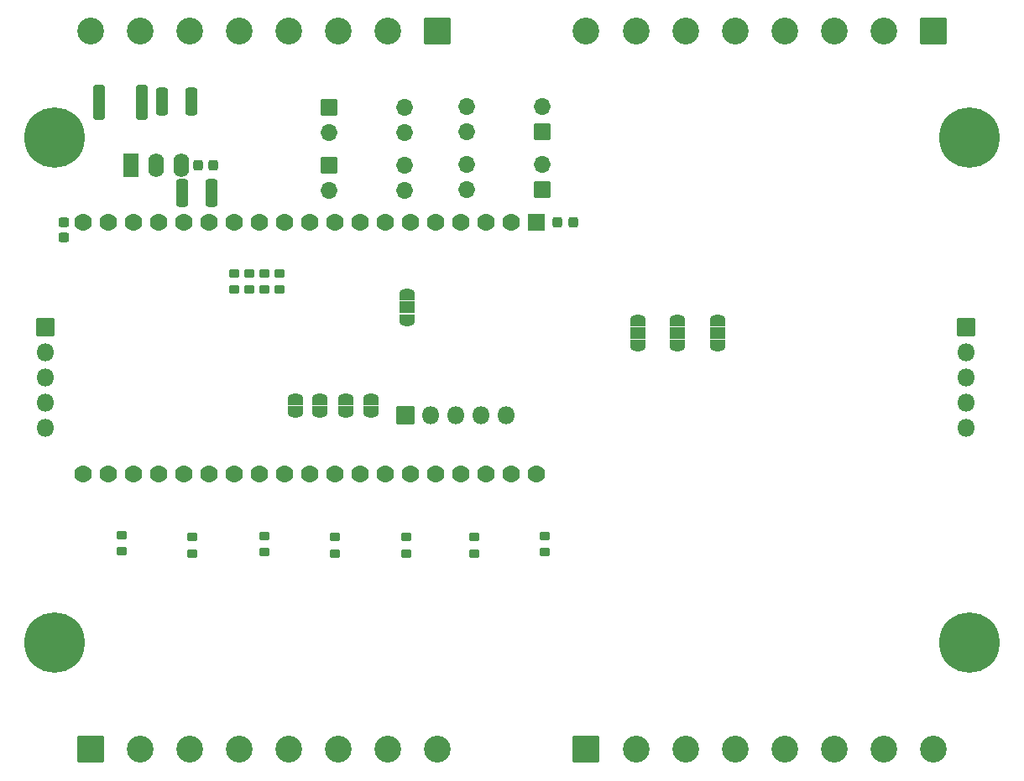
<source format=gbr>
%TF.GenerationSoftware,KiCad,Pcbnew,8.0.0*%
%TF.CreationDate,2024-09-14T23:12:03+02:00*%
%TF.ProjectId,led_stairs_controller,6c65645f-7374-4616-9972-735f636f6e74,V0.4*%
%TF.SameCoordinates,Original*%
%TF.FileFunction,Soldermask,Bot*%
%TF.FilePolarity,Negative*%
%FSLAX46Y46*%
G04 Gerber Fmt 4.6, Leading zero omitted, Abs format (unit mm)*
G04 Created by KiCad (PCBNEW 8.0.0) date 2024-09-14 23:12:03*
%MOMM*%
%LPD*%
G01*
G04 APERTURE LIST*
G04 Aperture macros list*
%AMRoundRect*
0 Rectangle with rounded corners*
0 $1 Rounding radius*
0 $2 $3 $4 $5 $6 $7 $8 $9 X,Y pos of 4 corners*
0 Add a 4 corners polygon primitive as box body*
4,1,4,$2,$3,$4,$5,$6,$7,$8,$9,$2,$3,0*
0 Add four circle primitives for the rounded corners*
1,1,$1+$1,$2,$3*
1,1,$1+$1,$4,$5*
1,1,$1+$1,$6,$7*
1,1,$1+$1,$8,$9*
0 Add four rect primitives between the rounded corners*
20,1,$1+$1,$2,$3,$4,$5,0*
20,1,$1+$1,$4,$5,$6,$7,0*
20,1,$1+$1,$6,$7,$8,$9,0*
20,1,$1+$1,$8,$9,$2,$3,0*%
%AMFreePoly0*
4,1,35,0.586062,0.786062,0.601000,0.750000,0.601000,-0.750000,0.586062,-0.786062,0.550000,-0.801000,0.000000,-0.801000,-0.012285,-0.795911,-0.071157,-0.795911,-0.085525,-0.793845,-0.222076,-0.753750,-0.235281,-0.747720,-0.355003,-0.670779,-0.365973,-0.661273,-0.459170,-0.553718,-0.467018,-0.541506,-0.526137,-0.412052,-0.530227,-0.398124,-0.550481,-0.257258,-0.551000,-0.250000,-0.551000,0.250000,
-0.550481,0.257258,-0.530227,0.398124,-0.526137,0.412052,-0.467018,0.541506,-0.459170,0.553718,-0.365973,0.661273,-0.355003,0.670779,-0.235281,0.747720,-0.222076,0.753750,-0.085525,0.793845,-0.071157,0.795911,-0.012285,0.795911,0.000000,0.801000,0.550000,0.801000,0.586062,0.786062,0.586062,0.786062,$1*%
%AMFreePoly1*
4,1,35,0.012285,0.795911,0.071157,0.795911,0.085525,0.793845,0.222076,0.753750,0.235281,0.747720,0.355003,0.670779,0.365973,0.661273,0.459170,0.553718,0.467018,0.541506,0.526137,0.412052,0.530227,0.398124,0.550481,0.257258,0.551000,0.250000,0.551000,-0.250000,0.550481,-0.257258,0.530227,-0.398124,0.526137,-0.412052,0.467018,-0.541506,0.459170,-0.553718,0.365973,-0.661273,
0.355003,-0.670779,0.235281,-0.747720,0.222076,-0.753750,0.085525,-0.793845,0.071157,-0.795911,0.012285,-0.795911,0.000000,-0.801000,-0.550000,-0.801000,-0.586062,-0.786062,-0.601000,-0.750000,-0.601000,0.750000,-0.586062,0.786062,-0.550000,0.801000,0.000000,0.801000,0.012285,0.795911,0.012285,0.795911,$1*%
%AMFreePoly2*
4,1,35,0.536062,0.786062,0.551000,0.750000,0.551000,-0.750000,0.536062,-0.786062,0.500000,-0.801000,0.000000,-0.801000,-0.012285,-0.795911,-0.071157,-0.795911,-0.085525,-0.793845,-0.222076,-0.753750,-0.235281,-0.747720,-0.355003,-0.670779,-0.365973,-0.661273,-0.459170,-0.553718,-0.467018,-0.541506,-0.526137,-0.412052,-0.530227,-0.398124,-0.550481,-0.257258,-0.551000,-0.250000,-0.551000,0.250000,
-0.550481,0.257258,-0.530227,0.398124,-0.526137,0.412052,-0.467018,0.541506,-0.459170,0.553718,-0.365973,0.661273,-0.355003,0.670779,-0.235281,0.747720,-0.222076,0.753750,-0.085525,0.793845,-0.071157,0.795911,-0.012285,0.795911,0.000000,0.801000,0.500000,0.801000,0.536062,0.786062,0.536062,0.786062,$1*%
%AMFreePoly3*
4,1,35,0.012285,0.795911,0.071157,0.795911,0.085525,0.793845,0.222076,0.753750,0.235281,0.747720,0.355003,0.670779,0.365973,0.661273,0.459170,0.553718,0.467018,0.541506,0.526137,0.412052,0.530227,0.398124,0.550481,0.257258,0.551000,0.250000,0.551000,-0.250000,0.550481,-0.257258,0.530227,-0.398124,0.526137,-0.412052,0.467018,-0.541506,0.459170,-0.553718,0.365973,-0.661273,
0.355003,-0.670779,0.235281,-0.747720,0.222076,-0.753750,0.085525,-0.793845,0.071157,-0.795911,0.012285,-0.795911,0.000000,-0.801000,-0.500000,-0.801000,-0.536062,-0.786062,-0.551000,-0.750000,-0.551000,0.750000,-0.536062,0.786062,-0.500000,0.801000,0.000000,0.801000,0.012285,0.795911,0.012285,0.795911,$1*%
G04 Aperture macros list end*
%ADD10RoundRect,0.051000X0.800000X0.800000X-0.800000X0.800000X-0.800000X-0.800000X0.800000X-0.800000X0*%
%ADD11O,1.702000X1.702000*%
%ADD12RoundRect,0.051000X-0.800000X-0.800000X0.800000X-0.800000X0.800000X0.800000X-0.800000X0.800000X0*%
%ADD13RoundRect,0.051000X-0.850000X-0.850000X0.850000X-0.850000X0.850000X0.850000X-0.850000X0.850000X0*%
%ADD14O,1.802000X1.802000*%
%ADD15RoundRect,0.051000X0.850000X-0.850000X0.850000X0.850000X-0.850000X0.850000X-0.850000X-0.850000X0*%
%ADD16RoundRect,0.102000X-0.780000X0.780000X-0.780000X-0.780000X0.780000X-0.780000X0.780000X0.780000X0*%
%ADD17C,1.764000*%
%ADD18RoundRect,0.051000X-1.300000X-1.300000X1.300000X-1.300000X1.300000X1.300000X-1.300000X1.300000X0*%
%ADD19C,2.702000*%
%ADD20RoundRect,0.051000X1.300000X1.300000X-1.300000X1.300000X-1.300000X-1.300000X1.300000X-1.300000X0*%
%ADD21C,6.102000*%
%ADD22RoundRect,0.051000X-0.750000X-1.150000X0.750000X-1.150000X0.750000X1.150000X-0.750000X1.150000X0*%
%ADD23O,1.602000X2.402000*%
%ADD24FreePoly0,90.000000*%
%ADD25RoundRect,0.051000X0.750000X-0.500000X0.750000X0.500000X-0.750000X0.500000X-0.750000X-0.500000X0*%
%ADD26FreePoly1,90.000000*%
%ADD27FreePoly0,270.000000*%
%ADD28RoundRect,0.051000X-0.750000X0.500000X-0.750000X-0.500000X0.750000X-0.500000X0.750000X0.500000X0*%
%ADD29FreePoly1,270.000000*%
%ADD30FreePoly2,270.000000*%
%ADD31FreePoly3,270.000000*%
%ADD32RoundRect,0.250500X-0.275500X0.250500X-0.275500X-0.250500X0.275500X-0.250500X0.275500X0.250500X0*%
%ADD33RoundRect,0.225500X-0.300500X0.225500X-0.300500X-0.225500X0.300500X-0.225500X0.300500X0.225500X0*%
%ADD34RoundRect,0.272667X-0.340833X-1.478333X0.340833X-1.478333X0.340833X1.478333X-0.340833X1.478333X0*%
%ADD35RoundRect,0.250500X0.250500X0.275500X-0.250500X0.275500X-0.250500X-0.275500X0.250500X-0.275500X0*%
%ADD36RoundRect,0.250500X-0.250500X-0.275500X0.250500X-0.275500X0.250500X0.275500X-0.250500X0.275500X0*%
%ADD37RoundRect,0.225500X0.300500X-0.225500X0.300500X0.225500X-0.300500X0.225500X-0.300500X-0.225500X0*%
%ADD38RoundRect,0.272174X-0.353826X-1.128826X0.353826X-1.128826X0.353826X1.128826X-0.353826X1.128826X0*%
%ADD39FreePoly2,90.000000*%
%ADD40FreePoly3,90.000000*%
G04 APERTURE END LIST*
D10*
%TO.C,U6*%
X154220000Y-71300000D03*
D11*
X154220000Y-68760000D03*
X146600000Y-68760000D03*
X146600000Y-71300000D03*
%TD*%
D12*
%TO.C,U5*%
X132700000Y-74625000D03*
D11*
X132700000Y-77165000D03*
X140320000Y-77165000D03*
X140320000Y-74625000D03*
%TD*%
D13*
%TO.C,J3*%
X197025000Y-91000000D03*
D14*
X197025000Y-93540000D03*
X197025000Y-96080000D03*
X197025000Y-98620000D03*
X197025000Y-101160000D03*
%TD*%
D15*
%TO.C,J2*%
X140400000Y-99860000D03*
D14*
X142940000Y-99860000D03*
X145480000Y-99860000D03*
X148020000Y-99860000D03*
X150560000Y-99860000D03*
%TD*%
D16*
%TO.C,U2*%
X153660000Y-80400000D03*
D17*
X151120000Y-80400000D03*
X148580000Y-80400000D03*
X146040000Y-80400000D03*
X143500000Y-80400000D03*
X140960000Y-80400000D03*
X138420000Y-80400000D03*
X135880000Y-80400000D03*
X133340000Y-80400000D03*
X130800000Y-80400000D03*
X128260000Y-80400000D03*
X125720000Y-80400000D03*
X123180000Y-80400000D03*
X120640000Y-80400000D03*
X118100000Y-80400000D03*
X115560000Y-80400000D03*
X113020000Y-80400000D03*
X110480000Y-80400000D03*
X107940000Y-80400000D03*
X153660000Y-105800000D03*
X151120000Y-105800000D03*
X148580000Y-105800000D03*
X146040000Y-105800000D03*
X143500000Y-105800000D03*
X140960000Y-105800000D03*
X138420000Y-105800000D03*
X135880000Y-105800000D03*
X133340000Y-105800000D03*
X130800000Y-105800000D03*
X128260000Y-105800000D03*
X125720000Y-105800000D03*
X123180000Y-105800000D03*
X120640000Y-105800000D03*
X118100000Y-105800000D03*
X115560000Y-105800000D03*
X113020000Y-105800000D03*
X110480000Y-105800000D03*
X107940000Y-105800000D03*
%TD*%
D18*
%TO.C,MOD1*%
X108675000Y-133580000D03*
D19*
X113675000Y-133580000D03*
X118675000Y-133580000D03*
X123675000Y-133580000D03*
X128675000Y-133580000D03*
X133675000Y-133580000D03*
X138675000Y-133580000D03*
X143675000Y-133580000D03*
D18*
X158675000Y-133580000D03*
D19*
X163675000Y-133580000D03*
X168675000Y-133580000D03*
X173675000Y-133580000D03*
X178675000Y-133580000D03*
X183675000Y-133580000D03*
X188675000Y-133580000D03*
X193675000Y-133580000D03*
D20*
X193675000Y-61160000D03*
D19*
X188675000Y-61160000D03*
X183675000Y-61160000D03*
X178675000Y-61160000D03*
X173675000Y-61160000D03*
X168675000Y-61160000D03*
X163675000Y-61160000D03*
X158675000Y-61160000D03*
D20*
X143675000Y-61160000D03*
D19*
X138675000Y-61160000D03*
X133675000Y-61160000D03*
X128675000Y-61160000D03*
X123675000Y-61160000D03*
X118675000Y-61160000D03*
X113675000Y-61160000D03*
X108675000Y-61160000D03*
D21*
X105050000Y-71900000D03*
X197300000Y-71900000D03*
X105050000Y-122800000D03*
X197300000Y-122800000D03*
%TD*%
D13*
%TO.C,J1*%
X104100000Y-91000000D03*
D14*
X104100000Y-93540000D03*
X104100000Y-96080000D03*
X104100000Y-98620000D03*
X104100000Y-101160000D03*
%TD*%
D22*
%TO.C,U8*%
X112753000Y-74700000D03*
D23*
X115293000Y-74700000D03*
X117833000Y-74700000D03*
%TD*%
D10*
%TO.C,U7*%
X154220000Y-77100000D03*
D11*
X154220000Y-74560000D03*
X146600000Y-74560000D03*
X146600000Y-77100000D03*
%TD*%
D12*
%TO.C,U3*%
X132700000Y-68825000D03*
D11*
X132700000Y-71365000D03*
X140320000Y-71365000D03*
X140320000Y-68825000D03*
%TD*%
D24*
%TO.C,JP4*%
X140600000Y-90300000D03*
D25*
X140600000Y-89000000D03*
D26*
X140600000Y-87700000D03*
%TD*%
D27*
%TO.C,JP1*%
X163900000Y-90300000D03*
D28*
X163900000Y-91600000D03*
D29*
X163900000Y-92900000D03*
%TD*%
D27*
%TO.C,JP2*%
X167900000Y-90300000D03*
D28*
X167900000Y-91600000D03*
D29*
X167900000Y-92900000D03*
%TD*%
D30*
%TO.C,JP7*%
X134400000Y-98250000D03*
D31*
X134400000Y-99550000D03*
%TD*%
D32*
%TO.C,C5*%
X106000000Y-80425000D03*
X106000000Y-81975000D03*
%TD*%
D33*
%TO.C,R26*%
X126200000Y-85575000D03*
X126200000Y-87225000D03*
%TD*%
D30*
%TO.C,JP6*%
X131800000Y-98250000D03*
D31*
X131800000Y-99550000D03*
%TD*%
D33*
%TO.C,R27*%
X127700000Y-85575000D03*
X127700000Y-87225000D03*
%TD*%
D34*
%TO.C,F17*%
X109562500Y-68300000D03*
X113837500Y-68300000D03*
%TD*%
D35*
%TO.C,C2*%
X121075000Y-74700000D03*
X119525000Y-74700000D03*
%TD*%
D36*
%TO.C,C4*%
X155775000Y-80400000D03*
X157325000Y-80400000D03*
%TD*%
D33*
%TO.C,R23*%
X124700000Y-85575000D03*
X124700000Y-87225000D03*
%TD*%
D37*
%TO.C,R1*%
X111800000Y-113625000D03*
X111800000Y-111975000D03*
%TD*%
D33*
%TO.C,R22*%
X123200000Y-85575000D03*
X123200000Y-87225000D03*
%TD*%
D37*
%TO.C,R7*%
X154500000Y-113725000D03*
X154500000Y-112075000D03*
%TD*%
%TO.C,R3*%
X126200000Y-113725000D03*
X126200000Y-112075000D03*
%TD*%
D38*
%TO.C,C7*%
X117925000Y-77450000D03*
X120875000Y-77450000D03*
%TD*%
D39*
%TO.C,JP8*%
X137000000Y-99550000D03*
D40*
X137000000Y-98250000D03*
%TD*%
D37*
%TO.C,R4*%
X133300000Y-113825000D03*
X133300000Y-112175000D03*
%TD*%
D27*
%TO.C,JP3*%
X171900000Y-90300000D03*
D28*
X171900000Y-91600000D03*
D29*
X171900000Y-92900000D03*
%TD*%
D30*
%TO.C,JP5*%
X129300000Y-98250000D03*
D31*
X129300000Y-99550000D03*
%TD*%
D37*
%TO.C,R5*%
X140500000Y-113825000D03*
X140500000Y-112175000D03*
%TD*%
D38*
%TO.C,C6*%
X115875000Y-68200000D03*
X118825000Y-68200000D03*
%TD*%
D37*
%TO.C,R6*%
X147400000Y-113825000D03*
X147400000Y-112175000D03*
%TD*%
%TO.C,R2*%
X118900000Y-113825000D03*
X118900000Y-112175000D03*
%TD*%
M02*

</source>
